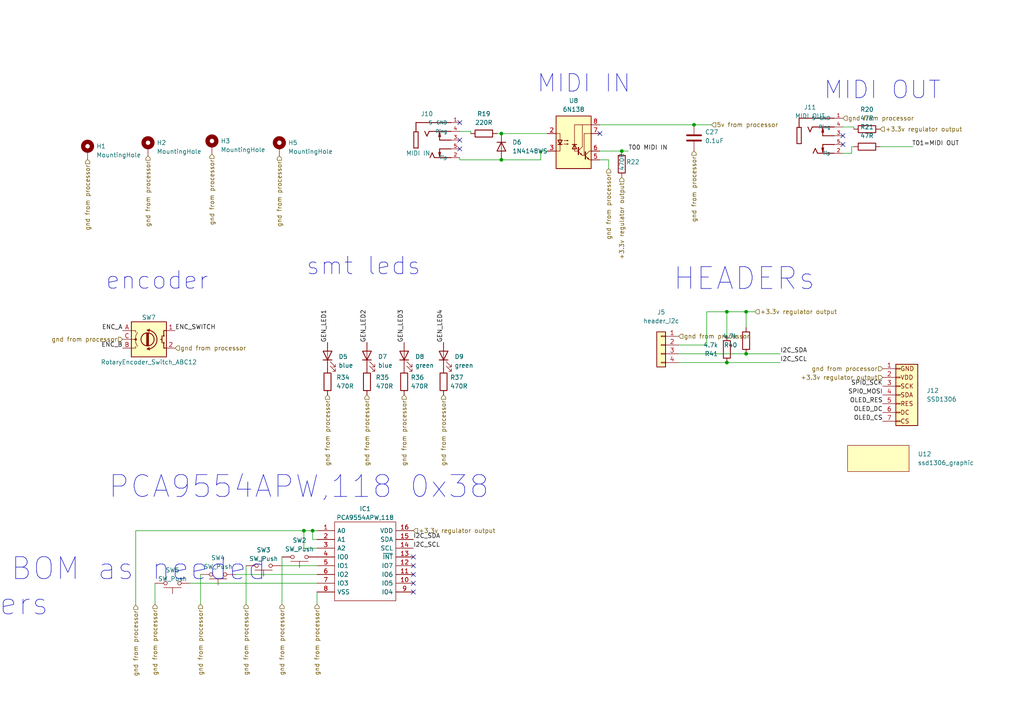
<source format=kicad_sch>
(kicad_sch (version 20211123) (generator eeschema)
  (paper "A4")
  (junction (at 216.408 102.616))
  (junction (at 437.515 93.345))
  (junction (at 59.436 -48.006))
  (junction (at 201.295 36.195))
  (junction (at -255.016 -73.406))
  (junction (at 90.678 153.924))
  (junction (at 396.875 -19.304))
  (junction (at 88.138 153.924))
  (junction (at 437.515 85.725))
  (junction (at 31.496 -55.626))
  (junction (at 330.2 104.394))
  (junction (at 180.34 43.815))
  (junction (at -277.876 -54.356))
  (junction (at -277.876 -49.276))
  (junction (at 145.415 38.735))
  (junction (at 31.496 -48.006))
  (junction (at 412.115 -5.588))
  (junction (at 59.436 -55.626))
  (junction (at 74.676 -55.626))
  (junction (at 377.444 64.77))
  (junction (at 145.415 46.355))
  (junction (at 394.97 75.692))
  (junction (at 481.203 -19.304))
  (junction (at 383.54 -19.304))
  (junction (at 457.835 -19.304))
  (junction (at 438.785 -19.304))
  (junction (at 471.043 -19.304))
  (junction (at 412.115 -17.78))
  (junction (at 422.275 93.345))
  (junction (at 46.101 -55.626))
  (junction (at 422.275 44.45))
  (junction (at 210.82 105.156))
  (junction (at 426.085 46.99))
  (junction (at 210.82 90.424))
  (junction (at 216.408 90.424))
  (junction (at 74.676 -48.006))
  (junction (at 437.515 100.965))
  (junction (at 87.376 -55.626))
  (junction (at 46.101 -48.006))
  (junction (at 377.444 59.69))
  (junction (at 397.51 84.074))
  (no_connect (at 244.475 39.37))
  (no_connect (at 244.475 41.91))
  (no_connect (at 133.35 43.18))
  (no_connect (at 133.35 40.64))
  (no_connect (at 173.99 38.735))
  (no_connect (at 119.888 166.624))
  (no_connect (at 469.392 44.196))
  (no_connect (at 469.392 46.736))
  (no_connect (at 119.888 161.544))
  (no_connect (at 119.888 164.084))
  (no_connect (at 119.888 169.164))
  (no_connect (at 119.888 171.704))
  (no_connect (at 133.35 35.56))
  (no_connect (at 382.27 52.07))
  (wire (pts (xy 407.67 59.69) (xy 411.48 59.69)))
  (wire (pts (xy 88.138 153.924) (xy 90.678 153.924)))
  (wire (pts (xy 382.27 64.77) (xy 377.444 64.77)))
  (wire (pts (xy 44.958 175.26) (xy 44.958 169.164)))
  (wire (pts (xy 201.295 36.195) (xy 206.375 36.195)))
  (wire (pts (xy 429.895 49.53) (xy 434.34 49.53)))
  (wire (pts (xy 133.35 38.1) (xy 136.525 38.1)))
  (wire (pts (xy 397.51 86.36) (xy 397.51 84.074)))
  (wire (pts (xy 429.895 46.99) (xy 429.895 49.53)))
  (wire (pts (xy 39.37 153.924) (xy 88.138 153.924)))
  (wire (pts (xy 369.57 52.07) (xy 369.57 46.99)))
  (wire (pts (xy 74.676 -48.006) (xy 59.436 -48.006)))
  (wire (pts (xy 71.374 175.26) (xy 71.374 164.084)))
  (wire (pts (xy -6.604 -55.626) (xy 31.496 -55.626)))
  (wire (pts (xy 366.395 52.07) (xy 369.57 52.07)))
  (wire (pts (xy 210.82 90.424) (xy 216.408 90.424)))
  (wire (pts (xy 216.408 90.424) (xy 218.948 90.424)))
  (wire (pts (xy 488.315 -19.304) (xy 481.203 -19.304)))
  (wire (pts (xy 46.101 -48.006) (xy 31.496 -48.006)))
  (wire (pts (xy 374.015 62.23) (xy 382.27 62.23)))
  (wire (pts (xy 210.82 105.156) (xy 196.85 105.156)))
  (wire (pts (xy 457.835 -19.304) (xy 455.93 -19.304)))
  (wire (pts (xy 354.965 8.89) (xy 354.965 44.45)))
  (wire (pts (xy 407.67 64.77) (xy 416.56 64.77)))
  (wire (pts (xy 437.515 100.965) (xy 447.675 100.965)))
  (wire (pts (xy 173.99 36.195) (xy 201.295 36.195)))
  (wire (pts (xy 90.678 153.924) (xy 91.948 153.924)))
  (wire (pts (xy 90.678 156.464) (xy 90.678 153.924)))
  (wire (pts (xy 354.965 44.45) (xy 358.775 44.45)))
  (wire (pts (xy 81.534 164.084) (xy 91.948 164.084)))
  (wire (pts (xy 136.525 38.1) (xy 136.525 38.735)))
  (wire (pts (xy 347.98 59.69) (xy 358.775 59.69)))
  (wire (pts (xy 173.99 46.355) (xy 176.53 46.355)))
  (wire (pts (xy 392.43 72.39) (xy 392.43 81.28)))
  (wire (pts (xy -294.386 -40.386) (xy -285.496 -40.386)))
  (wire (pts (xy 382.27 57.15) (xy 377.444 57.15)))
  (wire (pts (xy 340.995 8.89) (xy 354.965 8.89)))
  (wire (pts (xy -244.094 -73.406) (xy -244.094 -72.898)))
  (wire (pts (xy 428.625 -19.304) (xy 438.785 -19.304)))
  (wire (pts (xy 330.2 102.108) (xy 330.2 104.394)))
  (wire (pts (xy 374.65 49.53) (xy 382.27 49.53)))
  (wire (pts (xy 422.275 41.91) (xy 434.34 41.91)))
  (wire (pts (xy 156.845 46.355) (xy 156.845 43.815)))
  (wire (pts (xy 144.145 38.735) (xy 145.415 38.735)))
  (wire (pts (xy 58.166 175.26) (xy 58.166 166.624)))
  (wire (pts (xy 407.67 67.31) (xy 411.48 67.31)))
  (wire (pts (xy 247.015 42.545) (xy 247.015 44.45)))
  (wire (pts (xy 216.408 90.424) (xy 216.408 94.996)))
  (wire (pts (xy -277.876 -55.626) (xy -277.876 -54.356)))
  (wire (pts (xy 347.98 13.97) (xy 347.98 59.69)))
  (wire (pts (xy 55.118 169.164) (xy 91.948 169.164)))
  (wire (pts (xy 407.035 -19.304) (xy 396.875 -19.304)))
  (wire (pts (xy 397.51 84.074) (xy 397.51 72.39)))
  (wire (pts (xy 377.444 59.69) (xy 382.27 59.69)))
  (wire (pts (xy 226.314 102.616) (xy 216.408 102.616)))
  (wire (pts (xy 145.415 46.355) (xy 156.845 46.355)))
  (wire (pts (xy -300.736 -42.926) (xy -292.481 -42.926)))
  (wire (pts (xy 377.444 59.69) (xy 377.444 64.77)))
  (wire (pts (xy 226.314 105.156) (xy 210.82 105.156)))
  (wire (pts (xy 422.275 44.45) (xy 422.275 41.91)))
  (wire (pts (xy 377.444 64.77) (xy 377.444 70.358)))
  (wire (pts (xy -277.876 -49.276) (xy -277.876 -48.006)))
  (wire (pts (xy 422.275 44.45) (xy 422.275 55.88)))
  (wire (pts (xy 145.415 38.735) (xy 158.75 38.735)))
  (wire (pts (xy 422.275 100.965) (xy 437.515 100.965)))
  (wire (pts (xy 438.785 -19.304) (xy 440.69 -19.304)))
  (wire (pts (xy 247.015 44.45) (xy 244.475 44.45)))
  (wire (pts (xy 396.875 -19.304) (xy 383.54 -19.304)))
  (wire (pts (xy 264.795 42.545) (xy 255.27 42.545)))
  (wire (pts (xy 88.138 159.004) (xy 88.138 153.924)))
  (wire (pts (xy 415.29 44.45) (xy 422.275 44.45)))
  (wire (pts (xy 457.835 -19.304) (xy 471.043 -19.304)))
  (wire (pts (xy 440.69 -16.764) (xy 438.785 -16.764)))
  (wire (pts (xy 247.65 36.83) (xy 247.65 37.465)))
  (wire (pts (xy 351.79 11.43) (xy 351.79 52.07)))
  (wire (pts (xy 68.326 166.624) (xy 91.948 166.624)))
  (wire (pts (xy 204.978 90.424) (xy 210.82 90.424)))
  (wire (pts (xy 31.496 -48.006) (xy 25.146 -48.006)))
  (wire (pts (xy 374.65 49.53) (xy 374.65 59.69)))
  (wire (pts (xy 407.67 52.07) (xy 411.48 52.07)))
  (wire (pts (xy 392.43 81.28) (xy 411.48 81.28)))
  (wire (pts (xy 366.395 44.45) (xy 382.27 44.45)))
  (wire (pts (xy 81.788 175.26) (xy 81.788 161.544)))
  (wire (pts (xy 437.515 81.28) (xy 437.515 85.725)))
  (wire (pts (xy 133.35 46.355) (xy 133.35 45.72)))
  (wire (pts (xy -277.876 -54.356) (xy -277.876 -53.086)))
  (wire (pts (xy 244.475 36.83) (xy 247.65 36.83)))
  (wire (pts (xy 351.79 52.07) (xy 358.775 52.07)))
  (wire (pts (xy 394.97 75.692) (xy 394.97 72.39)))
  (wire (pts (xy 210.82 90.424) (xy 210.82 97.536)))
  (wire (pts (xy 25.146 -48.006) (xy 25.146 -40.894)))
  (wire (pts (xy 416.56 64.77) (xy 416.56 81.28)))
  (wire (pts (xy 437.515 93.345) (xy 422.275 93.345)))
  (wire (pts (xy 196.85 102.616) (xy 216.408 102.616)))
  (wire (pts (xy 91.948 156.464) (xy 90.678 156.464)))
  (wire (pts (xy 383.54 -19.304) (xy 382.27 -19.304)))
  (wire (pts (xy 426.085 46.99) (xy 429.895 46.99)))
  (wire (pts (xy -285.75 -49.276) (xy -277.876 -49.276)))
  (wire (pts (xy 411.48 81.28) (xy 411.48 74.93)))
  (wire (pts (xy 471.043 -11.684) (xy 471.043 -7.874)))
  (wire (pts (xy 369.57 46.99) (xy 382.27 46.99)))
  (wire (pts (xy 471.043 -19.304) (xy 481.203 -19.304)))
  (wire (pts (xy 74.676 -55.626) (xy 59.436 -55.626)))
  (wire (pts (xy 426.085 46.99) (xy 426.085 61.595)))
  (wire (pts (xy 247.65 42.545) (xy 247.015 42.545)))
  (wire (pts (xy 46.101 -55.626) (xy 31.496 -55.626)))
  (wire (pts (xy 176.53 46.355) (xy 176.53 48.895)))
  (wire (pts (xy 340.995 11.43) (xy 351.79 11.43)))
  (wire (pts (xy 394.97 38.608) (xy 394.97 39.37)))
  (wire (pts (xy 330.2 104.394) (xy 330.2 107.188)))
  (wire (pts (xy -277.876 -50.546) (xy -277.876 -49.276)))
  (wire (pts (xy 87.376 -48.006) (xy 74.676 -48.006)))
  (wire (pts (xy 374.65 59.69) (xy 366.395 59.69)))
  (wire (pts (xy 438.785 -16.764) (xy 438.785 -19.304)))
  (wire (pts (xy 412.115 -5.588) (xy 412.115 -17.78)))
  (wire (pts (xy -262.636 -73.406) (xy -255.016 -73.406)))
  (wire (pts (xy 91.948 175.26) (xy 91.948 171.704)))
  (wire (pts (xy 91.948 159.004) (xy 88.138 159.004)))
  (wire (pts (xy 415.29 46.99) (xy 426.085 46.99)))
  (wire (pts (xy 204.978 100.076) (xy 204.978 90.424)))
  (wire (pts (xy 377.444 57.15) (xy 377.444 59.69)))
  (wire (pts (xy 87.376 -55.626) (xy 74.676 -55.626)))
  (wire (pts (xy 156.845 43.815) (xy 158.75 43.815)))
  (wire (pts (xy 145.415 46.355) (xy 133.35 46.355)))
  (wire (pts (xy 59.436 -55.626) (xy 46.101 -55.626)))
  (wire (pts (xy -284.861 -42.926) (xy -277.876 -42.926)))
  (wire (pts (xy 422.275 85.725) (xy 437.515 85.725)))
  (wire (pts (xy 412.115 -2.032) (xy 412.115 -5.588)))
  (wire (pts (xy 59.436 -48.006) (xy 46.101 -48.006)))
  (wire (pts (xy 394.97 76.708) (xy 394.97 75.692)))
  (wire (pts (xy -285.75 -54.356) (xy -277.876 -54.356)))
  (wire (pts (xy 39.37 175.514) (xy 39.37 153.924)))
  (wire (pts (xy 173.99 43.815) (xy 180.34 43.815)))
  (wire (pts (xy 196.85 100.076) (xy 204.978 100.076)))
  (wire (pts (xy 340.995 13.97) (xy 347.98 13.97)))
  (wire (pts (xy 422.275 93.345) (xy 414.655 93.345)))
  (wire (pts (xy 180.34 43.815) (xy 182.245 43.815)))
  (wire (pts (xy 412.115 -17.78) (xy 412.115 -19.304)))
  (wire (pts (xy 416.56 81.28) (xy 437.515 81.28)))
  (wire (pts (xy -255.016 -73.406) (xy -244.094 -73.406)))
  (wire (pts (xy 98.806 -55.626) (xy 87.376 -55.626)))
  (text "MIDI IN" (at 155.575 27.305 0) (effects (font (size 5.08 5.08)) (justify left bottom)))
  (text "PCA9554APW,118 0x38" (at 31.242 145.034 0) (effects (font (size 6.35 6.35)) (justify left bottom)))
  (text "encoder" (at 30.48 84.455 0) (effects (font (size 5.08 5.08)) (justify left bottom)))
  (text "todo:\nx length match\nx silkscreen, drc, erc\nx switch footprints\nx exclude backside headers from BOM as needed\n- JLCPCB part numbers for headers\n" (at -163.068 179.07 0) (effects (font (size 6.35 6.35)) (justify left bottom)))
  (text "smt leds" (at 88.646 80.264 0) (effects (font (size 5.08 5.08)) (justify left bottom)))
  (text "HEADERs" (at 195.072 84.709 0) (effects (font (size 6.35 6.35)) (justify left bottom)))
  (text "WS2812" (at 312.928 88.138 0) (effects (font (size 5.08 5.08)) (justify left bottom)))
  (text "MIDI OUT" (at 238.76 29.21 0) (effects (font (size 5.08 5.08)) (justify left bottom)))
  (text "USB-C input" (at -293.751 -85.471 0) (effects (font (size 6.35 6.35)) (justify left bottom)))
  (text "DAC - PCM5102A" (at 354.076 -38.608 0) (effects (font (size 6.35 6.35)) (justify left bottom)))
  (label "ENC_SWITCH" (at 167.132 -15.24 0))
  (label "I2S_DIN_MM" (at 340.995 11.43 180))
  (label "ENC_A" (at 167.132 -12.7 0))
  (label "I2C_SDA" (at 119.888 156.464 0))
  (label "I2S_DIN_MM" (at 167.132 -40.64 0))
  (label "SPI0_SCK" (at 167.132 -30.48 0))
  (label "I2C_SCL" (at 119.888 159.004 0))
  (label "OLED_DC" (at 167.132 -17.78 0))
  (label "SPI0_MOSI" (at 256.032 114.554 180))
  (label "GEN_LED3" (at 117.221 99.314 90))
  (label "OLED_CS" (at 167.132 -22.86 0))
  (label "OLED_DC" (at 256.032 119.634 180))
  (label "GEN_LED1" (at 167.64 -107.95 0))
  (label "SPI0_SCK" (at 256.032 112.014 180))
  (label "ENC_B" (at 35.56 100.965 180))
  (label "WS2812_DATA" (at 167.132 -33.02 0))
  (label "GEN_LED2" (at 106.426 99.314 90))
  (label "GEN_LED2" (at 167.64 -105.41 0))
  (label "I2C_SDA" (at 167.132 -48.26 0))
  (label "I2S_BCK_MM" (at 167.132 -45.72 0))
  (label "I2S_LRCK_MM" (at 340.995 8.89 180))
  (label "SPI0_MISO" (at 167.132 -25.4 0))
  (label "I2C_SCL" (at 226.314 105.156 0))
  (label "I2C_SDA" (at 449.58 183.896 0))
  (label "T00 MIDI IN" (at 167.132 -38.1 0))
  (label "SPI0_MOSI" (at 167.132 -27.94 0))
  (label "OLED_CS" (at 256.032 122.174 180))
  (label "I2S_LRCK_MM" (at 167.132 -43.18 0))
  (label "usb gnd" (at -294.386 -40.386 180))
  (label "GEN_LED4" (at 128.651 99.314 90))
  (label "ENC_A" (at 35.56 95.885 180))
  (label "T01=MIDI OUT" (at 264.5133 42.545 0))
  (label "ENC_B" (at 167.132 -10.16 0))
  (label "T01=MIDI OUT" (at 167.132 -35.56 0))
  (label "GEN_LED4" (at 167.64 -100.33 0))
  (label "I2C_SCL" (at 167.132 -50.8 0))
  (label "GEN_LED3" (at 167.64 -102.87 0))
  (label "usb gnd" (at -300.6315 -42.926 180))
  (label "OLED_RES" (at 167.132 -20.32 0))
  (label "I2S_BCK_MM" (at 340.995 13.97 180))
  (label "T00 MIDI IN" (at 182.245 43.815 0))
  (label "WS2812_DATA" (at 327.66 107.188 90))
  (label "usb gnd" (at -176.53 -58.674 0))
  (label "usb gnd" (at -244.094 -72.898 270))
  (label "OLED_RES" (at 256.032 117.094 180))
  (label "I2C_SDA" (at 226.314 102.616 0))
  (label "GEN_LED1" (at 94.996 99.314 90))
  (label "I2C_SCL" (at 449.58 186.436 0))
  (label "ENC_SWITCH" (at 50.8 95.885 0))
  (global_label "D3v3" (shape input) (at 412.115 -2.032 0) (property "Intersheet References" "${INTERSHEET_REFS}" (effects hide)))
  (global_label "dac output R" (shape input) (at -6.604 -60.706 0) (property "Intersheet References" "${INTERSHEET_REFS}" (effects hide)))
  (global_label "D3v3" (shape input) (at 394.97 38.608 90) (property "Intersheet References" "${INTERSHEET_REFS}" (effects hide)))
  (global_label "AGND" (shape input) (at 422.275 63.5 270) (property "Intersheet References" "${INTERSHEET_REFS}" (effects hide)))
  (global_label "dac output R" (shape input) (at 434.34 49.53 0) (property "Intersheet References" "${INTERSHEET_REFS}" (effects hide)))
  (global_label "audio out R" (shape input) (at -6.604 -63.246 0) (property "Intersheet References" "${INTERSHEET_REFS}" (effects hide)))
  (global_label "AGND" (shape input) (at 397.51 86.36 270) (property "Intersheet References" "${INTERSHEET_REFS}" (effects hide)))
  (global_label "AGND" (shape input) (at -34.544 -63.246 180) (property "Intersheet References" "${INTERSHEET_REFS}" (effects hide)))
  (global_label "dac output L" (shape input) (at 434.34 41.91 0) (property "Intersheet References" "${INTERSHEET_REFS}" (effects hide)))
  (global_label "audio out R" (shape input) (at 469.392 49.276 180) (property "Intersheet References" "${INTERSHEET_REFS}" (effects hide)))
  (global_label "A3v3" (shape input) (at 397.51 39.37 90) (property "Intersheet References" "${INTERSHEET_REFS}" (effects hide)))
  (global_label "AGND" (shape input) (at -34.544 -55.626 180) (property "Intersheet References" "${INTERSHEET_REFS}" (effects hide)))
  (global_label "dac output L" (shape input) (at -34.544 -58.166 180) (property "Intersheet References" "${INTERSHEET_REFS}" (effects hide)))
  (global_label "AGND" (shape input) (at 471.043 -7.874 270) (property "Intersheet References" "${INTERSHEET_REFS}" (effects hide)))
  (global_label "D3v3" (shape input) (at 428.625 -19.304 180) (property "Intersheet References" "${INTERSHEET_REFS}" (effects hide)))
  (global_label "D3v3" (shape input) (at 374.015 62.23 180) (property "Intersheet References" "${INTERSHEET_REFS}" (effects hide)))
  (global_label "AGND" (shape input) (at 469.392 51.816 180) (property "Intersheet References" "${INTERSHEET_REFS}" (effects hide)))
  (global_label "D3v3" (shape input) (at 447.675 100.965 0) (property "Intersheet References" "${INTERSHEET_REFS}" (effects hide)))
  (global_label "A3v3" (shape input) (at 392.43 39.37 90) (property "Intersheet References" "${INTERSHEET_REFS}" (effects hide)))
  (global_label "AGND" (shape input) (at 457.835 -11.684 270) (property "Intersheet References" "${INTERSHEET_REFS}" (effects hide)))
  (global_label "AGND" (shape input) (at 426.085 69.215 270) (property "Intersheet References" "${INTERSHEET_REFS}" (effects hide)))
  (global_label "AGND" (shape input) (at 507.746 11.684 270) (property "Intersheet References" "${INTERSHEET_REFS}" (effects hide)))
  (global_label "audio out L" (shape input) (at 469.392 41.656 180) (property "Intersheet References" "${INTERSHEET_REFS}" (effects hide)))
  (global_label "A3v3" (shape input) (at 488.315 -19.304 0) (property "Intersheet References" "${INTERSHEET_REFS}" (effects hide)))
  (global_label "audio out L" (shape input) (at -34.544 -60.706 180) (property "Intersheet References" "${INTERSHEET_REFS}" (effects hide)))
  (hierarchical_label "powerboard outp GND" (shape input) (at 25.146 -40.894 180))
  (hierarchical_label "gnd from processor" (shape input) (at 81.026 45.212 270))
  (hierarchical_label "gnd from processor" (shape input) (at 128.651 114.554 270))
  (hierarchical_label "USB D-" (shape input) (at -176.53 -53.594 0))
  (hierarchical_label "USB D+" (shape input) (at -285.75 -54.356 180))
  (hierarchical_label "USB D+" (shape input) (at -176.53 -56.134 0))
  (hierarchical_label "gnd from processor" (shape input) (at 396.875 -11.684 270))
  (hierarchical_label "5v from processor" (shape input) (at 167.132 -53.34 0))
  (hierarchical_label "+3.3v regulator output" (shape input) (at 218.948 90.424 0))
  (hierarchical_label "USB VIN 5v" (shape input) (at -277.876 -35.306 180))
  (hierarchical_label "gnd from processor" (shape input) (at 176.53 48.895 270))
  (hierarchical_label "gnd from processor" (shape input) (at 35.56 98.425 180))
  (hierarchical_label "gnd from processor" (shape input) (at 42.926 45.212 270))
  (hierarchical_label "gnd from processor" (shape input) (at 414.655 93.345 270))
  (hierarchical_label "5v regulated" (shape input) (at 167.64 -110.49 0))
  (hierarchical_label "gnd from processor" (shape input) (at 117.221 114.554 270))
  (hierarchical_label "gnd from processor" (shape input) (at 61.468 44.704 270))
  (hierarchical_label "gnd from processor" (shape input) (at 58.166 175.26 270))
  (hierarchical_label "gnd from processor" (shape input) (at 39.37 175.514 270))
  (hierarchical_label "gnd from processor" (shape input) (at 196.85 97.536 0))
  (hierarchical_label "gnd from processor" (shape input) (at 106.426 114.554 270))
  (hierarchical_label "+3.3v regulator output" (shape input) (at 382.27 -19.304 180))
  (hierarchical_label "5v regulated" (shape input) (at 98.806 -55.626 0))
  (hierarchical_label "Power board output +5v" (shape input) (at -92.71 -61.722 180))
  (hierarchical_label "5v from processor" (shape input) (at 206.375 36.195 0))
  (hierarchical_label "gnd from processor" (shape input) (at 50.8 100.965 0))
  (hierarchical_label "+3.3v regulator output" (shape input) (at 167.132 -55.88 0))
  (hierarchical_label "gnd from processor" (shape input) (at 244.475 34.29 0))
  (hierarchical_label "gnd from processor" (shape input) (at 167.132 -58.42 0))
  (hierarchical_label "USB D-" (shape input) (at -285.75 -49.276 180))
  (hierarchical_label "USB VIN 5v" (shape input) (at -176.53 -51.054 0))
  (hierarchical_label "gnd from processor" (shape input) (at 44.958 175.26 270))
  (hierarchical_label "gnd from processor" (shape input) (at 94.996 114.554 270))
  (hierarchical_label "Power board output +5v" (shape input) (at -6.604 -58.166 0))
  (hierarchical_label "gnd from processor" (shape input) (at 81.788 175.26 270))
  (hierarchical_label "gnd from processor" (shape input) (at 325.12 107.188 90))
  (hierarchical_label "gnd from processor" (shape input) (at 377.444 70.358 270))
  (hierarchical_label "gnd from processor" (shape input) (at 25.4 46.228 270))
  (hierarchical_label "USB D-" (shape input) (at 167.64 -113.03 0))
  (hierarchical_label "gnd from processor" (shape input) (at 91.948 175.26 270))
  (hierarchical_label "+3.3v regulator output" (shape input) (at 180.34 51.435 270))
  (hierarchical_label "+3.3v regulator output" (shape input) (at 119.888 153.924 0))
  (hierarchical_label "+3.3v regulator output" (shape input) (at 449.58 181.356 0))
  (hierarchical_label "gnd from processor" (shape input) (at 448.31 -9.144 270))
  (hierarchical_label "gnd from processor" (shape input) (at 394.97 76.708 270))
  (hierarchical_label "gnd from processor" (shape input) (at 256.032 106.934 180))
  (hierarchical_label "powerboard outp GND" (shape input) (at -92.71 -64.262 180))
  (hierarchical_label "gnd from processor" (shape input) (at 71.374 175.26 270))
  (hierarchical_label "gnd from processor" (shape input) (at 201.295 43.815 270))
  (hierarchical_label "gnd from processor" (shape input) (at 383.54 -11.684 270))
  (hierarchical_label "+3.3v regulator output" (shape input) (at 256.032 109.474 180))
  (hierarchical_label "USB D+" (shape input) (at 167.64 -115.57 0))
  (hierarchical_label "+3.3v regulator output" (shape input) (at 330.2 102.108 90))
  (hierarchical_label "+3.3v regulator output" (shape input) (at 255.27 37.465 0))
  (hierarchical_label "gnd from processor" (shape input) (at 449.58 178.816 0))
  (hierarchical_label "powerboard outp GND" (shape input) (at 167.64 -118.11 0))
  (symbol (lib_id "Connector_Generic:Conn_01x04") (at -181.61 -56.134 0) (mirror y) (unit 1)
    (property "Reference" "J31" (at -181.61 -64.262 0))
    (property "Value" "4p" (at -181.61 -61.722 0))
    (property "Footprint" "Connector_PinSocket_2.54mm:PinSocket_1x04_P2.54mm_Vertical" (effects hide))
    (property "LCSC part number" "C2718488" (effects hide))
    (property "verif" "1" (effects hide))
    (property "LCSC" "C2718488" (effects hide))
  )
  (symbol (lib_id "Device:R") (at 140.335 38.735 90) (unit 1)
    (property "Reference" "R19" (at 140.335 33.02 90))
    (property "Value" "220R" (at 140.335 35.56 90))
    (property "Footprint" "Resistor_SMD:R_1206_3216Metric" (effects hide))
    (property "LCSC part number" "C17957" (effects hide))
    (property "verif" "1" (effects hide))
    (property "LCSC" "C17957" (effects hide))
  )
  (symbol (lib_id "clarinoid2:SSD1306") (at 261.112 114.554 0) (unit 1)
    (property "Reference" "J12" (at 268.732 113.2839 0) (effects (justify left)))
    (property "Value" "SSD1306" (at 268.732 115.8239 0) (effects (justify left)))
    (property "Footprint" "Connector_PinSocket_2.54mm:PinSocket_1x07_P2.54mm_Vertical" (effects hide))
    (property "LCSC part number" "C358721" (effects hide))
    (property "verif" "1" (effects hide))
    (property "LCSC" "C358721" (effects hide))
  )
  (symbol (lib_id "Connector_Generic:Conn_01x06") (at 405.13 194.31 0) (mirror y) (unit 1)
    (property "Reference" "J53" (at 405.13 182.372 0))
    (property "Value" "female 1x6" (at 405.13 184.912 0))
    (property "Footprint" "Connector_PinSocket_2.54mm:PinSocket_1x06_P2.54mm_Vertical" (effects hide))
    (property "LCSC part number" "C358720" (effects hide))
    (property "verif" "1" (effects hide))
    (property "LCSC" "C358720" (effects hide))
  )
  (symbol (lib_id "Device:R") (at 362.585 59.69 90) (unit 1)
    (property "Reference" "R3" (at 362.585 62.23 90))
    (property "Value" "22R" (at 362.585 57.15 90))
    (property "Footprint" "Resistor_SMD:R_1206_3216Metric" (effects hide))
    (property "LCSC part number" "C17958" (effects hide))
    (property "verif" "1" (effects hide))
    (property "LCSC" "C17958" (effects hide))
  )
  (symbol (lib_id "Connector_Generic:Conn_01x20") (at 162.052 -35.56 0) (mirror y) (unit 1)
    (property "Reference" "J43" (at 162.052 -65.532 0))
    (property "Value" "Conn_01x20" (at 162.052 -62.992 0))
    (property "Footprint" "Connector_PinSocket_2.54mm:PinSocket_1x20_P2.54mm_Vertical" (effects hide))
    (property "LCSC" "C50984" (effects hide))
    (property "LCSC part number" "C50984" (effects hide))
    (property "verif" "1" (effects hide))
  )
  (symbol (lib_id "clarinoid2:Switchcraft 35RAPC4BV4") (at 477.012 46.736 180) (unit 1) (in_bom no)
    (property "Reference" "J1" (at 483.997 45.4659 0) (effects (justify right)))
    (property "Value" "AudioOut" (at 483.997 48.0059 0) (effects (justify right)))
    (property "Footprint" "clarinoid2:SWITCHCRAFT_35RAPC4BV4_OvalHoles" (effects hide))
    (property "STANDARD" "Manufacturer Recommendations" (effects hide))
    (property "PARTREV" "G" (effects hide))
    (property "MAXIMUM_PACKAGE_HIEGHT" "12.573mm" (effects hide))
    (property "MANUFACTURER" "Switchcraft Inc." (effects hide))
    (property "verif" "1" (effects hide))
  )
  (symbol (lib_id "Connector:TestPoint") (at 412.115 -17.78 270) (unit 1) (in_bom no)
    (property "Reference" "TP6" (at 416.6871 -16.002 0) (effects (justify left)))
    (property "Value" "D3v3" (at 414.1471 -16.002 0) (effects (justify left)))
    (property "Footprint" "TestPoint:TestPoint_THTPad_D2.0mm_Drill1.0mm" (effects hide))
    (property "verif" "1" (effects hide))
  )
  (symbol (lib_id "Device:R") (at 411.48 44.45 90) (unit 1)
    (property "Reference" "R5" (at 412.115 42.545 90))
    (property "Value" "470R" (at 411.48 44.45 90))
    (property "Footprint" "Resistor_SMD:R_1206_3216Metric" (effects hide))
    (property "LCSC part number" "C4502" (effects hide))
    (property "verif" "1" (effects hide))
    (property "LCSC" "C4502" (effects hide))
  )
  (symbol (lib_id "Switch:SW_Push") (at 63.246 166.624 180) (unit 1)
    (property "Reference" "SW4" (at 63.246 161.798 0))
    (property "Value" "SW_Push" (at 63.246 164.338 0))
    (property "Footprint" "SamacSys_Parts:B3F-4055" (effects hide))
    (property "LCSC part number" "C84931" (effects hide))
    (property "verif" "1" (effects hide))
    (property "LCSC" "C84931" (effects hide))
  )
  (symbol (lib_id "power:PWR_FLAG") (at 330.2 104.394 270) (unit 1)
    (property "Reference" "#FLG01" (effects hide))
    (property "Value" "PWR_FLAG" (at 334.01 104.3939 90) (effects (justify left)))
  )
  (symbol (lib_id "clarinoid2:Placeholder") (at -106.934 108.712 0) (unit 1) (in_bom no)
    (property "Reference" "U10" (at -97.282 108.7119 0) (effects (justify left)))
    (property "Value" "mb1" (at -97.282 111.2519 0) (effects (justify left)))
    (property "Footprint" "clarinoid2:mouse-bite-2mm-slot" (effects hide))
    (property "verif" "1" (effects hide))
  )
  (symbol (lib_id "clarinoid2:PCM5102") (at 394.97 54.61 0) (unit 1)
    (property "Reference" "U1" (at 399.5294 36.83 0) (effects (justify left)))
    (property "Value" "PCM5102A" (at 399.5294 39.37 0) (effects (justify left)))
    (property "Footprint" "Package_SO:TSSOP-20_4.4x6.5mm_P0.65mm" (effects hide))
    (property "Datasheet" "http://www.ti.com/lit/ds/symlink/pcm5102.pdf" (effects hide))
    (property "LCSC part number" "C107671" (effects hide))
    (property "verif" "1" (effects hide))
    (property "LCSC" "C107671" (effects hide))
  )
  (symbol (lib_id "Device:R") (at 94.996 110.744 0) (unit 1)
    (property "Reference" "R34" (at 97.536 109.4739 0) (effects (justify left)))
    (property "Value" "470R" (at 97.536 112.0139 0) (effects (justify left)))
    (property "Footprint" "Resistor_SMD:R_1206_3216Metric" (effects hide))
    (property "LCSC part number" "C4502" (effects hide))
    (property "verif" "1" (effects hide))
    (property "LCSC" "C4502" (effects hide))
  )
  (symbol (lib_id "Mechanical:MountingHole_Pad") (at 61.468 42.164 0) (unit 1) (in_bom no)
    (property "Reference" "H3" (at 64.008 40.8939 0) (effects (justify left)))
    (property "Value" "MountingHole" (at 64.008 43.4339 0) (effects (justify left)))
    (property "Footprint" "MountingHole:MountingHole_3.2mm_M3_Pad_Via" (effects hide))
    (property "MANUFACTURER" "Wurth" (effects hide))
    (property "verif" "1" (effects hide))
  )
  (symbol (lib_id "Switch:SW_Push") (at 50.038 169.164 180) (unit 1)
    (property "Reference" "SW5" (at 50.038 165.354 0))
    (property "Value" "SW_Push" (at 50.038 167.894 0))
    (property "Footprint" "SamacSys_Parts:B3F-4055" (effects hide))
    (property "LCSC part number" "C84931" (effects hide))
    (property "verif" "1" (effects hide))
    (property "LCSC" "C84931" (effects hide))
  )
  (symbol (lib_id "Device:LED") (at 117.221 103.124 90) (unit 1)
    (property "Reference" "D8" (at 120.396 103.4414 90) (effects (justify right)))
    (property "Value" "green" (at 120.396 105.9814 90) (effects (justify right)))
    (property "Footprint" "LED_SMD:LED_0603_1608Metric" (effects hide))
    (property "LCSC part number" "C72043" (effects hide))
    (property "verif" "1" (effects hide))
    (property "LCSC" "C72043" (effects hide))
  )
  (symbol (lib_id "Device:C") (at 201.295 40.005 0) (unit 1)
    (property "Reference" "C27" (at 204.47 38.3031 0) (effects (justify left)))
    (property "Value" "0.1uF" (at 204.47 40.8431 0) (effects (justify left)))
    (property "Footprint" "Capacitor_SMD:C_0805_2012Metric" (effects hide))
    (property "LCSC part number" "C49678" (effects hide))
    (property "verif" "1" (effects hide))
    (property "LCSC" "C49678" (effects hide))
  )
  (symbol (lib_id "Device:C") (at 59.436 -51.816 0) (unit 1)
    (property "Reference" "C21" (at 64.516 -53.0861 0) (effects (justify left)))
    (property "Value" "22uF" (at 64.516 -50.5461 0) (effects (justify left)))
    (property "Footprint" "Capacitor_SMD:C_0805_2012Metric" (effects hide))
    (property "LCSC part number" "C602037" (effects hide))
    (property "verif" "1" (effects hide))
    (property "LCSC" "C602037" (effects hide))
  )
  (symbol (lib_id "Device:C") (at 31.496 -51.816 0) (unit 1)
    (property "Reference" "C17" (at 36.576 -53.0861 0) (effects (justify left)))
    (property "Value" "22uF" (at 36.576 -50.5461 0) (effects (justify left)))
    (property "Footprint" "Capacitor_SMD:C_0805_2012Metric" (effects hide))
    (property "LCSC part number" "C602037" (effects hide))
    (property "verif" "1" (effects hide))
    (property "LCSC" "C602037" (effects hide))
  )
  (symbol (lib_id "Device:C") (at 411.48 55.88 0) (unit 1)
    (property "Reference" "C7" (at 416.56 54.6099 0) (effects (justify left)))
    (property "Value" "2.2uF" (at 416.56 57.1499 0) (effects (justify left)))
    (property "Footprint" "Capacitor_SMD:C_0805_2012Metric" (effects hide))
    (property "LCSC part number" "C49217" (effects hide))
    (property "verif" "1" (effects hide))
    (property "LCSC" "C49217" (effects hide))
  )
  (symbol (lib_id "Device:C") (at 74.676 -51.816 0) (unit 1)
    (property "Reference" "C22" (at 79.756 -53.0861 0) (effects (justify left)))
    (property "Value" "22uF" (at 79.756 -50.5461 0) (effects (justify left)))
    (property "Footprint" "Capacitor_SMD:C_0805_2012Metric" (effects hide))
    (property "LCSC part number" "C602037" (effects hide))
    (property "verif" "1" (effects hide))
    (property "LCSC" "C602037" (effects hide))
  )
  (symbol (lib_id "Device:C") (at 471.043 -15.494 0) (unit 1)
    (property "Reference" "C4" (at 476.123 -16.7641 0) (effects (justify left)))
    (property "Value" "0.1uF" (at 476.123 -14.2241 0) (effects (justify left)))
    (property "Footprint" "Capacitor_SMD:C_0805_2012Metric" (effects hide))
    (property "LCSC part number" "C49678" (effects hide))
    (property "verif" "1" (effects hide))
    (property "LCSC" "C49678" (effects hide))
  )
  (symbol (lib_id "Device:C") (at 426.085 65.405 0) (unit 1)
    (property "Reference" "C12" (at 431.165 64.1349 0) (effects (justify left)))
    (property "Value" "2.2uF" (at 431.165 66.6749 0) (effects (justify left)))
    (property "Footprint" "Capacitor_SMD:C_0805_2012Metric" (effects hide))
    (property "LCSC part number" "C49217" (effects hide))
    (property "verif" "1" (effects hide))
    (property "LCSC" "C49217" (effects hide))
  )
  (symbol (lib_id "Device:R") (at 106.426 110.744 0) (unit 1)
    (property "Reference" "R35" (at 108.966 109.4739 0) (effects (justify left)))
    (property "Value" "470R" (at 108.966 112.0139 0) (effects (justify left)))
    (property "Footprint" "Resistor_SMD:R_1206_3216Metric" (effects hide))
    (property "LCSC part number" "C4502" (effects hide))
    (property "verif" "1" (effects hide))
    (property "LCSC" "C4502" (effects hide))
  )
  (symbol (lib_id "power:PWR_FLAG") (at 394.97 75.692 90) (unit 1)
    (property "Reference" "#FLG0101" (effects hide))
    (property "Value" "PWR_FLAG" (at 391.16 75.6919 90) (effects (justify left)))
  )
  (symbol (lib_id "Device:R") (at 362.585 44.45 90) (unit 1)
    (property "Reference" "R1" (at 362.585 43.18 90))
    (property "Value" "22R" (at 361.95 46.355 90))
    (property "Footprint" "Resistor_SMD:R_1206_3216Metric" (effects hide))
    (property "LCSC part number" "C17958" (effects hide))
    (property "verif" "1" (effects hide))
    (property "LCSC" "C17958" (effects hide))
  )
  (symbol (lib_id "Device:R") (at -288.671 -42.926 90) (unit 1)
    (property "Reference" "R7" (at -288.671 -47.371 90))
    (property "Value" "5.1k" (at -288.671 -44.831 90))
    (property "Footprint" "Resistor_SMD:R_1206_3216Metric" (effects hide))
    (property "LCSC part number" "C26033" (effects hide))
    (property "verif" "1" (effects hide))
    (property "LCSC" "C26033" (effects hide))
  )
  (symbol (lib_id "Mechanical:MountingHole_Pad") (at 25.4 43.688 0) (unit 1) (in_bom no)
    (property "Reference" "H1" (at 27.94 42.4179 0) (effects (justify left)))
    (property "Value" "MountingHole" (at 27.94 44.9579 0) (effects (justify left)))
    (property "Footprint" "clarinoid2:MountingHole_3.2mm_M3_Pad_SQUARE" (effects hide))
    (property "MANUFACTURER" "Wurth" (effects hide))
    (property "verif" "1" (effects hide))
  )
  (symbol (lib_id "clarinoid2:Placeholder") (at -148.59 -84.582 0) (unit 1) (in_bom no)
    (property "Reference" "U16" (at -137.922 -84.5821 0) (effects (justify left)))
    (property "Value" "power template" (at -137.922 -82.0421 0) (effects (justify left)))
    (property "Footprint" "clarinoid2:dev board power board template" (effects hide))
    (property "verif" "1" (effects hide))
  )
  (symbol (lib_id "Device:C") (at 396.875 -15.494 0) (unit 1)
    (property "Reference" "C6" (at 401.955 -16.7641 0) (effects (justify left)))
    (property "Value" "0.1uF" (at 401.955 -14.2241 0) (effects (justify left)))
    (property "Footprint" "Capacitor_SMD:C_0805_2012Metric" (effects hide))
    (property "LCSC part number" "C49678" (effects hide))
    (property "verif" "1" (effects hide))
    (property "LCSC" "C49678" (effects hide))
  )
  (symbol (lib_id "Device:R") (at 362.585 52.07 90) (unit 1)
    (property "Reference" "R2" (at 362.585 50.165 90))
    (property "Value" "22R" (at 362.585 53.975 90))
    (property "Footprint" "Resistor_SMD:R_1206_3216Metric" (effects hide))
    (property "LCSC part number" "C17958" (effects hide))
    (property "verif" "1" (effects hide))
    (property "LCSC" "C17958" (effects hide))
  )
  (symbol (lib_id "Switch:SW_Push") (at 76.454 164.084 180) (unit 1)
    (property "Reference" "SW3" (at 76.454 159.512 0))
    (property "Value" "SW_Push" (at 76.454 162.052 0))
    (property "Footprint" "SamacSys_Parts:B3F-4055" (effects hide))
    (property "LCSC part number" "C84931" (effects hide))
    (property "verif" "1" (effects hide))
    (property "LCSC" "C84931" (effects hide))
  )
  (symbol (lib_id "clarinoid2:Placeholder") (at 209.042 -83.82 0) (unit 1) (in_bom no)
    (property "Reference" "U44" (at 219.456 -83.8201 0) (effects (justify left)))
    (property "Value" "processor board template" (at 219.456 -81.2801 0) (effects (justify left)))
    (property "Footprint" "clarinoid2:dev board processor subboard template" (effects hide))
    (property "verif" "1" (effects hide))
  )
  (symbol (lib_id "Connector_Generic:Conn_01x02") (at -87.63 -64.262 0) (unit 1)
    (property "Reference" "J32" (at -83.566 -64.2621 0) (effects (justify left)))
    (property "Value" "header_power tap" (at -83.566 -61.7221 0) (effects (justify left)))
    (property "Footprint" "Connector_PinSocket_2.54mm:PinSocket_1x02_P2.54mm_Vertical" (effects hide))
    (property "LCSC part number" "C49661" (effects hide))
    (property "verif" "1" (effects hide))
    (property "LCSC" "C49661" (effects hide))
  )
  (symbol (lib_id "Device:LED") (at 94.996 103.124 90) (unit 1)
    (property "Reference" "D5" (at 98.171 103.4414 90) (effects (justify right)))
    (property "Value" "blue" (at 98.171 105.9814 90) (effects (justify right)))
    (property "Footprint" "LED_SMD:LED_0603_1608Metric" (effects hide))
    (property "LCSC part number" "C72041" (effects hide))
    (property "verif" "1" (effects hide))
    (property "LCSC" "C72041" (effects hide))
  )
  (symbol (lib_id "Device:C") (at 411.48 71.12 0) (unit 1)
    (property "Reference" "C8" (at 416.56 69.8499 0) (effects (justify left)))
    (property "Value" "2.2uF" (at 416.56 72.3899 0) (effects (justify left)))
    (property "Footprint" "Capacitor_SMD:C_0805_2012Metric" (effects hide))
    (property "LCSC part number" "C49217" (effects hide))
    (property "verif" "1" (effects hide))
    (property "LCSC" "C49217" (effects hide))
  )
  (symbol (lib_id "Connector_Generic:Conn_01x06") (at 414.782 177.8 0) (unit 1)
    (property "Reference" "J6" (at 417.83 177.7999 0) (effects (justify left)))
    (property "Value" "female 1x6" (at 417.83 180.3399 0) (effects (justify left)))
    (property "Footprint" "Connector_PinSocket_2.54mm:PinSocket_1x06_P2.54mm_Vertical" (effects hide))
    (property "LCSC part number" "C358720" (effects hide))
    (property "verif" "1" (effects hide))
    (property "LCSC" "C358720" (effects hide))
  )
  (symbol (lib_id "Mechanical:MountingHole_Pad") (at 81.026 42.672 0) (unit 1) (in_bom no)
    (property "Reference" "H5" (at 83.566 41.4019 0) (effects (justify left)))
    (property "Value" "MountingHole" (at 83.566 43.9419 0) (effects (justify left)))
    (property "Footprint" "MountingHole:MountingHole_3.2mm_M3_Pad_Via" (effects hide))
    (property "MANUFACTURER" "Wurth" (effects hide))
    (property "verif" "1" (effects hide))
  )
  (symbol (lib_id "power:PWR_FLAG") (at 397.51 84.074 270) (unit 1)
    (property "Reference" "#FLG0103" (effects hide))
    (property "Value" "PWR_FLAG" (at 401.828 84.0739 90) (effects (justify left)))
  )
  (symbol (lib_id "clarinoid2:Placeholder") (at -164.846 86.868 0) (unit 1) (in_bom no)
    (property "Reference" "U50" (at -155.194 86.8679 0) (effects (justify left)))
    (property "Value" "mb1" (at -155.194 89.4079 0) (effects (justify left)))
    (property "Footprint" "clarinoid2:mouse-bite-2mm-slot" (effects hide))
    (property "verif" "1" (effects hide))
  )
  (symbol (lib_id "clarinoid2:RotaryEncoder_Switch_ABC12") (at 43.18 98.425 0) (unit 1) (in_bom no)
    (property "Reference" "SW7" (at 43.18 92.075 0))
    (property "Value" "RotaryEncoder_Switch_ABC12" (at 43.18 105.029 0))
    (property "Footprint" "clarinoid2:Bourns_ENC_PEC11R-4215F-S0024" (effects hide))
    (property "verif" "1" (effects hide))
  )
  (symbol (lib_id "Mechanical:MountingHole_Pad") (at 42.926 42.672 0) (unit 1) (in_bom no)
    (property "Reference" "H2" (at 45.466 41.4019 0) (effects (justify left)))
    (property "Value" "MountingHole" (at 45.466 43.9419 0) (effects (justify left)))
    (property "Footprint" "MountingHole:MountingHole_3.2mm_M3_Pad_Via" (effects hide))
    (property "MANUFACTURER" "Wurth" (effects hide))
    (property "verif" "1" (effects hide))
  )
  (symbol (lib_id "Device:R") (at 411.48 46.99 90) (unit 1)
    (property "Reference" "R6" (at 411.48 48.895 90))
    (property "Value" "470R" (at 411.48 47.625 90))
    (property "Footprint" "Resistor_SMD:R_1206_3216Metric" (effects hide))
    (property "LCSC part number" "C4502" (effects hide))
    (property "verif" "1" (effects hide))
    (property "LCSC" "C4502" (effects hide))
  )
  (symbol (lib_id "clarinoid2:Placeholder") (at -76.962 120.904 0) (unit 1) (in_bom no)
    (property "Reference" "U15" (at -67.31 120.9039 0) (effects (justify left)))
    (property "Value" "mb1" (at -67.31 123.4439 0) (effects (justify left)))
    (property "Footprint" "clarinoid2:mouse-bite-2mm-slot" (effects hide))
    (property "verif" "1" (effects hide))
  )
  (symbol (lib_id "Connector_Generic:Conn_01x04") (at 444.5 181.356 0) (mirror y) (unit 1)
    (property "Reference" "J8" (at 440.69 182.626 90))
    (property "Value" "female 1x4" (at 438.15 182.626 90))
    (property "Footprint" "Connector_PinSocket_2.54mm:PinSocket_1x04_P2.54mm_Vertical" (effects hide))
    (property "LCSC part number" "C2718488" (effects hide))
    (property "verif" "1" (effects hide))
    (property "LCSC" "C2718488" (effects hide))
  )
  (symbol (lib_id "clarinoid2:Placeholder") (at -166.116 100.076 0) (unit 1) (in_bom no)
    (property "Reference" "U48" (at -156.464 100.0759 0) (effects (justify left)))
    (property "Value" "mb1" (at -156.464 102.6159 0) (effects (justify left)))
    (property "Footprint" "clarinoid2:mouse-bite-2mm-slot" (effects hide))
    (property "verif" "1" (effects hide))
  )
  (symbol (lib_id "Switch:SW_Push") (at 86.868 161.544 180) (unit 1)
    (property "Reference" "SW2" (at 86.868 156.718 0))
    (property "Value" "SW_Push" (at 86.868 159.258 0))
    (property "Footprint" "SamacSys_Parts:B3F-4055" (effects hide))
    (property "LCSC part number" "C84931" (effects hide))
    (property "verif" "1" (effects hide))
    (property "LCSC" "C84931" (effects hide))
  )
  (symbol (lib_id "Device:C") (at 383.54 -15.494 0) (unit 1)
    (property "Reference" "C5" (at 387.985 -16.7641 0) (effects (justify left)))
    (property "Value" "10uF" (at 387.985 -14.2241 0) (effects (justify left)))
    (property "Footprint" "Capacitor_SMD:C_0805_2012Metric" (effects hide))
    (property "LCSC part number" "C15850" (effects hide))
    (property "verif" "1" (effects hide))
    (property "LCSC" "C15850" (effects hide))
  )
  (symbol (lib_id "Device:R") (at 216.408 98.806 0) (unit 1)
    (property "Reference" "R40" (at 213.868 100.0761 0) (effects (justify right)))
    (property "Value" "4.7k" (at 213.868 97.5361 0) (effects (justify right)))
    (property "Footprint" "Resistor_SMD:R_1206_3216Metric" (effects hide))
    (property "LCSC part number" "C17936" (effects hide))
    (property "verif" "1" (effects hide))
    (property "LCSC" "C17936" (effects hide))
  )
  (symbol (lib_id "Device:R") (at 180.34 47.625 180) (unit 1)
    (property "Reference" "R22" (at 181.61 46.99 0) (effects (justify right)))
    (property "Value" "470R" (at 180.34 49.53 90) (effects (justify right)))
    (property "Footprint" "Resistor_SMD:R_1206_3216Metric" (effects hide))
    (property "LCSC part number" "C4502" (effects hide))
    (property "verif" "1" (effects hide))
    (property "LCSC" "C4502" (effects hide))
  )
  (symbol (lib_id "Device:C") (at 422.275 59.69 0) (unit 1)
    (property "Reference" "C9" (at 427.355 58.4199 0) (effects (justify left)))
    (property "Value" "2.2uF" (at 427.355 60.9599 0) (effects (justify left)))
    (property "Footprint" "Capacitor_SMD:C_0805_2012Metric" (effects hide))
    (property "LCSC part number" "C49217" (effects hide))
    (property "verif" "1" (effects hide))
    (property "LCSC" "C49217" (effects hide))
  )
  (symbol (lib_id "Connector_Generic:Conn_01x06") (at 415.29 194.31 0) (unit 1)
    (property "Reference" "J45" (at 417.83 194.3099 0) (effects (justify left)))
    (property "Value" "female 1x6" (at 417.83 196.8499 0) (effects (justify left)))
    (property "Footprint" "Connector_PinSocket_2.54mm:PinSocket_1x06_P2.54mm_Vertical" (effects hide))
    (property "LCSC part number" "C358720" (effects hide))
    (property "verif" "1" (effects hide))
    (property "LCSC" "C358720" (effects hide))
  )
  (symbol (lib_id "Device:C") (at 437.515 89.535 0) (unit 1)
    (property "Reference" "C13" (at 442.595 88.2649 0) (effects (justify left)))
    (property "Value" "0.1uF" (at 442.595 90.8049 0) (effects (justify left)))
    (property "Footprint" "Capacitor_SMD:C_0805_2012Metric" (effects hide))
    (property "LCSC part number" "C49678" (effects hide))
    (property "verif" "1" (effects hide))
    (property "LCSC" "C49678" (effects hide))
  )
  (symbol (lib_id "Device:C") (at 46.101 -51.816 0) (unit 1)
    (property "Reference" "C20" (at 51.181 -53.0861 0) (effects (justify left)))
    (property "Value" "22uF" (at 51.181 -50.5461 0) (effects (justify left)))
    (property "Footprint" "Capacitor_SMD:C_0805_2012Metric" (effects hide))
    (property "LCSC part number" "C602037" (effects hide))
    (property "verif" "1" (effects hide))
    (property "LCSC" "C602037" (effects hide))
  )
  (symbol (lib_id "power:PWR_FLAG") (at 412.115 -5.588 90) (unit 1)
    (property "Reference" "#FLG0102" (effects hide))
    (property "Value" "PWR_FLAG" (at 408.305 -5.5881 90) (effects (justify left)))
  )
  (symbol (lib_id "clarinoid2:WS2812") (at 326.39 116.078 0) (unit 1)
    (property "Reference" "U38" (at 332.74 111.6329 0) (effects (justify left)))
    (property "Value" "WS2812" (at 332.74 114.1729 0) (effects (justify left)))
    (property "Footprint" "Connector_PinSocket_2.54mm:PinSocket_1x03_P2.54mm_Vertical" (effects hide))
    (property "LCSC part number" "C146243" (effects hide))
    (property "verif" "1" (effects hide))
    (property "LCSC" "C146243" (effects hide))
  )
  (symbol (lib_id "SamacSys_Parts:PTR902-2020K-A103") (at -34.544 -63.246 0) (unit 1) (in_bom no)
    (property "Reference" "R13" (at -20.574 -70.866 0))
    (property "Value" "PTR902-2020K-A103" (at -20.574 -68.326 0))
    (property "Footprint" "SamacSys_Parts:PTR902-2020K-A103" (effects hide))
    (property "Datasheet" "http://www.bourns.com/docs/Product-Datasheets/PTR90.pdf" (effects hide))
    (property "Description" "Potentiometers 10K AUDIO" (effects hide))
    (property "Mouser Part Number" "652-PTR902-2020KA103" (effects hide))
    (property "Mouser Price/Stock" "https://www.mouser.co.uk/ProductDetail/Bourns/PTR902-2020K-A103?qs=Qzws7J6gxqzqq9dgeyqnag%3D%3D" (effects hide))
    (property "Manufacturer_Name" "Bourns" (effects hide))
    (property "Manufacturer_Part_Number" "PTR902-2020K-A103" (effects hide))
    (property "verif" "1" (effects hide))
  )
  (symbol (lib_id "clarinoid2:Switchcraft 35RAPC4BV4") (at 236.855 39.37 0) (unit 1) (in_bom no)
    (property "Reference" "J11" (at 234.95 31.115 0))
    (property "Value" "MIDI OUT" (at 234.95 33.655 0))
    (property "Footprint" "clarinoid2:SWITCHCRAFT_35RAPC4BV4_OvalHoles" (effects hide))
    (property "STANDARD" "Manufacturer Recommendations" (effects hide))
    (property "PARTREV" "G" (effects hide))
    (property "MAXIMUM_PACKAGE_HIEGHT" "12.573mm" (effects hide))
    (property "MANUFACTURER" "Switchcraft Inc." (effects hide))
    (property "verif" "1" (effects hide))
  )
  (symbol (lib_id "Connector:TestPoint") (at 507.746 11.684 0) (unit 1) (in_bom no)
    (property "Reference" "TP3" (at 509.27 7.1119 0) (effects (justify left)))
    (property "Value" "AGND" (at 509.27 9.6519 0) (effects (justify left)))
    (property "Footprint" "TestPoint:TestPoint_THTPad_D2.0mm_Drill1.0mm" (effects hide))
    (property "verif" "1" (effects hide))
  )
  (symbol (lib_id "Device:NetTie_2") (at 409.575 -19.304 0) (unit 1) (in_bom no)
    (property "Reference" "NT1" (at 409.575 -23.749 0))
    (property "Value" "NetTie_2" (at 409.575 -22.479 0))
    (property "Footprint" "NetTie:NetTie-2_SMD_Pad0.5mm" (effects hide))
    (property "verif" "1" (effects hide))
  )
  (symbol (lib_id "Device:C") (at 457.835 -15.494 0) (unit 1)
    (property "Reference" "C3" (at 462.28 -16.7641 0) (effects (justify left)))
    (property "Value" "10uF" (at 462.28 -14.2241 0) (effects (justify left)))
    (property "Footprint" "Capacitor_SMD:C_0805_2012Metric" (effects hide))
    (property "LCSC part number" "C15850" (effects hide))
    (property "verif" "1" (effects hide))
    (property "LCSC" "C15850" (effects hide))
  )
  (symbol (lib_id "Device:C") (at 87.376 -51.816 0) (unit 1)
    (property "Reference" "C23" (at 91.821 -53.0861 0) (effects (justify left)))
    (property "Value" "0.1uF" (at 91.821 -50.5461 0) (effects (justify left)))
    (property "Footprint" "Capacitor_SMD:C_0805_2012Metric" (effects hide))
    (property "LCSC part number" "C49678" (effects hide))
    (property "verif" "1" (effects hide))
    (property "LCSC" "C49678" (effects hide))
  )
  (symbol (lib_id "Device:R") (at 251.46 37.465 90) (unit 1)
    (property "Reference" "R20" (at 251.46 31.75 90))
    (property "Value" "47R" (at 251.46 34.29 90))
    (property "Footprint" "Resistor_SMD:R_1206_3216Metric" (effects hide))
    (property "LCSC part number" "C17969" (effects hide))
    (property "verif" "1" (effects hide))
    (property "LCSC" "C17969" (effects hide))
  )
  (symbol (lib_id "Mechanical:MountingHole") (at 208.788 -90.932 0) (unit 1)
    (property "Reference" "H14" (at 211.328 -92.2021 0) (effects (justify left)))
    (property "Value" "MountingHole" (at 211.328 -89.6621 0) (effects (justify left)))
    (property "Footprint" "MountingHole:MountingHole_3.2mm_M3" (effects hide))
    (property "MANUFACTURER" "Wurth" (effects hide))
    (property "verif" "1" (effects hide))
  )
  (symbol (lib_id "Device:D") (at 145.415 42.545 270) (unit 1)
    (property "Reference" "D6" (at 148.59 41.2749 90) (effects (justify left)))
    (property "Value" "1N4148WS" (at 148.59 43.8149 90) (effects (justify left)))
    (property "Footprint" "Diode_SMD:D_SOD-323" (effects hide))
    (property "LCSC part number" "C2128" (effects hide))
    (property "verif" "1" (effects hide))
    (property "LCSC" "C2128" (effects hide))
  )
  (symbol (lib_id "Mechanical:MountingHole") (at 443.992 148.082 0) (unit 1)
    (property "Reference" "H15" (at 446.532 146.8119 0) (effects (justify left)))
    (property "Value" "MountingHole" (at 446.532 149.3519 0) (effects (justify left)))
    (property "Footprint" "MountingHole:MountingHole_3.2mm_M3" (effects hide))
    (property "MANUFACTURER" "Wurth" (effects hide))
    (property "verif" "1" (effects hide))
  )
  (symbol (lib_id "Isolator:6N138") (at 166.37 41.275 0) (unit 1)
    (property "Reference" "U8" (at 166.37 29.21 0))
    (property "Value" "6N138" (at 166.37 31.75 0))
    (property "Footprint" "Package_DIP:DIP-8_W7.62mm" (effects hide))
    (property "Datasheet" "http://www.onsemi.com/pub/Collateral/HCPL2731-D.pdf" (effects hide))
    (property "LCSC part number" "C571211" (effects hide))
    (property "verif" "1" (effects hide))
    (property "LCSC" "C571211" (effects hide))
  )
  (symbol (lib_id "clarinoid2:Placeholder") (at 254.762 131.699 0) (unit 1) (in_bom no)
    (property "Reference" "U12" (at 266.192 131.6989 0) (effects (justify left)))
    (property "Value" "ssd1306_graphic" (at 266.192 134.2389 0) (effects (justify left)))
    (property "Footprint" "clarinoid2:SSD1306_128x64_approximate" (effects hide))
    (property "verif" "1" (effects hide))
  )
  (symbol (lib_id "Connector_Generic:Conn_01x04") (at 191.77 100.076 0) (mirror y) (unit 1)
    (property "Reference" "J5" (at 191.77 90.551 0))
    (property "Value" "header_i2c" (at 191.77 93.091 0))
    (property "Footprint" "Connector_PinSocket_2.54mm:PinSocket_1x04_P2.54mm_Vertical" (effects hide))
    (property "LCSC part number" "C2718488" (effects hide))
    (property "verif" "1" (effects hide))
    (property "LCSC" "C2718488" (effects hide))
  )
  (symbol (lib_id "clarinoid2:Placeholder") (at -106.934 64.008 0) (unit 1) (in_bom no)
    (property "Reference" "U9" (at -97.282 64.0079 0) (effects (justify left)))
    (property "Value" "mb1" (at -97.282 66.5479 0) (effects (justify left)))
    (property "Footprint" "clarinoid2:mouse-bite-2mm-slot" (effects hide))
    (property "verif" "1" (effects hide))
  )
  (symbol (lib_id "Device:C") (at 422.275 97.155 0) (unit 1)
    (property "Reference" "C11" (at 426.72 95.8849 0) (effects (justify left)))
    (property "Value" "10uF" (at 426.72 98.4249 0) (effects (justify left)))
    (property "Footprint" "Capacitor_SMD:C_0805_2012Metric" (effects hide))
    (property "LCSC part number" "C15850" (effects hide))
    (property "verif" "1" (effects hide))
    (property "LCSC" "C15850" (effects hide))
  )
  (symbol (lib_id "Device:R") (at 117.221 110.744 0) (unit 1)
    (property "Reference" "R36" (at 119.126 109.4739 0) (effects (justify left)))
    (property "Value" "470R" (at 119.126 112.0139 0) (effects (justify left)))
    (property "Footprint" "Resistor_SMD:R_1206_3216Metric" (effects hide))
    (property "LCSC part number" "C4502" (effects hide))
    (property "verif" "1" (effects hide))
    (property "LCSC" "C4502" (effects hide))
  )
  (symbol (lib_id "Connector_Generic:Conn_01x06") (at 404.622 177.8 0) (mirror y) (unit 1)
    (property "Reference" "J52" (at 404.622 165.608 0))
    (property "Value" "female 1x6" (at 404.622 168.148 0))
    (property "Footprint" "Connector_PinSocket_2.54mm:PinSocket_1x06_P2.54mm_Vertical" (effects hide))
    (property "LCSC part number" "C358720" (effects hide))
    (property "verif" "1" (effects hide))
    (property "LCSC" "C358720" (effects hide))
  )
  (symbol (lib_id "Regulator_Linear:TLV75533PDBV") (at 448.31 -16.764 0) (unit 1)
    (property "Reference" "U7" (at 448.31 -25.019 0))
    (property "Value" "TLV75733PDBV" (at 448.31 -22.479 0))
    (property "Footprint" "Package_TO_SOT_SMD:SOT-23-5" (effects hide))
    (property "Datasheet" "http://www.ti.com/lit/ds/symlink/tlv755p.pdf" (effects hide))
    (property "LCSC part number" "C485517" (effects hide))
    (property "verif" "1" (effects hide))
    (property "LCSC" "C485517" (effects hide))
  )
  (symbol (lib_id "clarinoid2:Switchcraft 35RAPC4BV4") (at 125.73 40.64 0) (unit 1) (in_bom no)
    (property "Reference" "J10" (at 123.825 33.02 0))
    (property "Value" "MIDI IN" (at 121.285 44.45 0))
    (property "Footprint" "clarinoid2:SWITCHCRAFT_35RAPC4BV4_OvalHoles" (effects hide))
    (property "STANDARD" "Manufacturer Recommendations" (effects hide))
    (property "PARTREV" "G" (effects hide))
    (property "MAXIMUM_PACKAGE_HIEGHT" "12.573mm" (effects hide))
    (property "MANUFACTURER" "Switchcraft Inc." (effects hide))
    (property "verif" "1" (effects hide))
  )
  (symbol (lib_id "Connector:TestPoint") (at 481.203 -19.304 0) (unit 1) (in_bom no)
    (property "Reference" "TP8" (at 483.235 -23.8761 0) (effects (justify left)))
    (property "Value" "A3v3" (at 483.235 -21.3361 0) (effects (justify left)))
    (property "Footprint" "TestPoint:TestPoint_THTPad_D2.0mm_Drill1.0mm" (effects hide))
    (property "verif" "1" (effects hide))
  )
  (symbol (lib_id "clarinoid2:USB_C_Plug_USB2.0") (at -262.636 -50.546 180) (unit 1)
    (property "Reference" "J2" (at -249.301 -51.8161 0) (effects (justify right)))
    (property "Value" "XKB_U262-16XN-4BVC11 USB-C recept" (at -249.301 -49.2761 0) (effects (justify right)))
    (property "Footprint" "clarinoid2:USB_C_Receptacle_XKB_U262-16XN-4BVC11" (effects hide))
    (property "Datasheet" "https://www.usb.org/sites/default/files/documents/usb_type-c.zip" (effects hide))
    (property "LCSC part number" "C319148" (effects hide))
    (property "verif" "1" (effects hide))
    (property "LCSC" "C319148" (effects hide))
  )
  (symbol (lib_id "Device:C") (at 422.275 89.535 0) (unit 1)
    (property "Reference" "C10" (at 426.72 88.2649 0) (effects (justify left)))
    (property "Value" "10uF" (at 426.72 90.8049 0) (effects (justify left)))
    (property "Footprint" "Capacitor_SMD:C_0805_2012Metric" (effects hide))
    (property "LCSC part number" "C15850" (effects hide))
    (property "verif" "1" (effects hide))
    (property "LCSC" "C15850" (effects hide))
  )
  (symbol (lib_id "Device:R") (at 251.46 42.545 90) (unit 1)
    (property "Reference" "R21" (at 251.46 36.83 90))
    (property "Value" "47R" (at 251.46 39.37 90))
    (property "Footprint" "Resistor_SMD:R_1206_3216Metric" (effects hide))
    (property "LCSC part number" "C17969" (effects hide))
    (property "verif" "1" (effects hide))
    (property "LCSC" "C17969" (effects hide))
  )
  (symbol (lib_id "Device:R") (at 128.651 110.744 0) (unit 1)
    (property "Reference" "R37" (at 130.556 109.4739 0) (effects (justify left)))
    (property "Value" "470R" (at 130.556 112.0139 0) (effects (justify left)))
    (property "Footprint" "Resistor_SMD:R_1206_3216Metric" (effects hide))
    (property "LCSC part number" "C4502" (effects hide))
    (property "verif" "1" (effects hide))
    (property "LCSC" "C4502" (effects hide))
  )
  (symbol (lib_id "Device:LED") (at 106.426 103.124 90) (unit 1)
    (property "Reference" "D7" (at 109.601 103.4414 90) (effects (justify right)))
    (property "Value" "blue" (at 109.601 105.9814 90) (effects (justify right)))
    (property "Footprint" "LED_SMD:LED_0603_1608Metric" (effects hide))
    (property "LCSC part number" "C72041" (effects hide))
    (property "verif" "1" (effects hide))
    (property "LCSC" "C72041" (effects hide))
  )
  (symbol (lib_id "SamacSys_Parts:PCA9554APW,118") (at 91.948 153.924 0) (unit 1)
    (property "Reference" "IC1" (at 105.918 147.574 0))
    (property "Value" "PCA9554APW,118" (at 105.918 150.114 0))
    (property "Footprint" "SamacSys_Parts:SOP65P640X110-16N" (effects hide))
    (property "Datasheet" "http://www.nxp.com/docs/en/data-sheet/PCA9554_9554A.pdf" (effects hide))
    (property "Description" "8-bit I2C-bus and SMBus I/O port with interrupt" (effects hide))
    (property "Height" "1.1" (effects hide))
    (property "Mouser Part Number" "771-PCA9554APW-T" (effects hide))
    (property "Mouser Price/Stock" "https://www.mouser.co.uk/ProductDetail/NXP-Semiconductors/PCA9554APW118?qs=LOCUfHb8d9t6Q6oURZSRTg%3D%3D" (effects hide))
    (property "Manufacturer_Name" "NXP" (effects hide))
    (property "Manufacturer_Part_Number" "PCA9554APW,118" (effects hide))
    (property "LCSC part number" "C86803" (effects hide))
    (property "verif" "1" (effects hide))
    (property "LCSC" "C86803" (effects hide))
  )
  (symbol (lib_id "clarinoid2:Placeholder") (at 445.77 156.718 0) (unit 1) (in_bom no)
    (property "Reference" "U4" (at 455.93 156.7179 0) (effects (justify left)))
    (property "Value" "captouch board template" (at 455.93 159.2579 0) (effects (justify left)))
    (property "Footprint" "clarinoid2:dev board captouch board template" (effects hide))
    (property "verif" "1" (effects hide))
  )
  (symbol (lib_id "Device:R") (at -281.686 -40.386 90) (unit 1)
    (property "Reference" "R8" (at -281.686 -44.831 90))
    (property "Value" "5.1k" (at -281.686 -42.291 90))
    (property "Footprint" "Resistor_SMD:R_1206_3216Metric" (effects hide))
    (property "LCSC part number" "C26033" (effects hide))
    (property "verif" "1" (effects hide))
    (property "LCSC" "C26033" (effects hide))
  )
  (symbol (lib_id "Device:C") (at 437.515 97.155 0) (unit 1)
    (property "Reference" "C14" (at 442.595 95.8849 0) (effects (justify left)))
    (property "Value" "0.1uF" (at 442.595 98.4249 0) (effects (justify left)))
    (property "Footprint" "Capacitor_SMD:C_0805_2012Metric" (effects hide))
    (property "LCSC part number" "C49678" (effects hide))
    (property "verif" "1" (effects hide))
    (property "LCSC" "C49678" (effects hide))
  )
  (symbol (lib_id "Connector_Generic:Conn_01x08") (at 162.56 -110.49 0) (mirror y) (unit 1)
    (property "Reference" "J44" (at 162.56 -128.778 0))
    (property "Value" "Conn_01x08" (at 162.56 -126.238 0))
    (property "Footprint" "Connector_PinSocket_2.54mm:PinSocket_1x08_P2.54mm_Vertical" (effects hide))
    (property "LCSC" "C27438" (effects hide))
    (property "LCSC part number" "C27438" (effects hide))
    (property "verif" "1" (effects hide))
  )
  (symbol (lib_id "Device:R") (at 210.82 101.346 0) (unit 1)
    (property "Reference" "R41" (at 208.28 102.6161 0) (effects (justify right)))
    (property "Value" "4.7k" (at 208.28 100.0761 0) (effects (justify right)))
    (property "Footprint" "Resistor_SMD:R_1206_3216Metric" (effects hide))
    (property "LCSC part number" "C17936" (effects hide))
    (property "verif" "1" (effects hide))
    (property "LCSC" "C17936" (effects hide))
  )
  (symbol (lib_id "Mechanical:MountingHole") (at -146.05 -91.44 0) (unit 1)
    (property "Reference" "H13" (at -143.51 -92.7101 0) (effects (justify left)))
    (property "Value" "MountingHole" (at -143.51 -90.1701 0) (effects (justify left)))
    (property "Footprint" "MountingHole:MountingHole_3.2mm_M3" (effects hide))
    (property "MANUFACTURER" "Wurth" (effects hide))
    (property "verif" "1" (effects hide))
  )
  (symbol (lib_id "Device:LED") (at 128.651 103.124 90) (unit 1)
    (property "Reference" "D9" (at 131.826 103.4414 90) (effects (justify right)))
    (property "Value" "green" (at 131.826 105.9814 90) (effects (justify right)))
    (property "Footprint" "LED_SMD:LED_0603_1608Metric" (effects hide))
    (property "LCSC part number" "C72043" (effects hide))
    (property "verif" "1" (effects hide))
    (property "LCSC" "C72043" (effects hide))
  )
  (sheet (at -150.622 -56.642) (size 12.7 3.81) (stroke (width 0.1524))
    (property "Sheet name" "power_header" (at -150.622 -57.3536 0) (effects (justify left bottom)))
    (property "Sheet file" "power_header.kicad_sch" (at -150.622 -52.2474 0) (effects (justify left top)))
  )
  (sheet (at -149.352 -44.704) (size 12.7 3.81) (stroke (width 0.1524))
    (property "Sheet name" "power_usb" (at -149.352 -45.4156 0) (effects (justify left bottom)))
    (property "Sheet file" "power_usb.kicad_sch" (at -149.352 -40.3094 0) (effects (justify left top)))
  )
)
</source>
